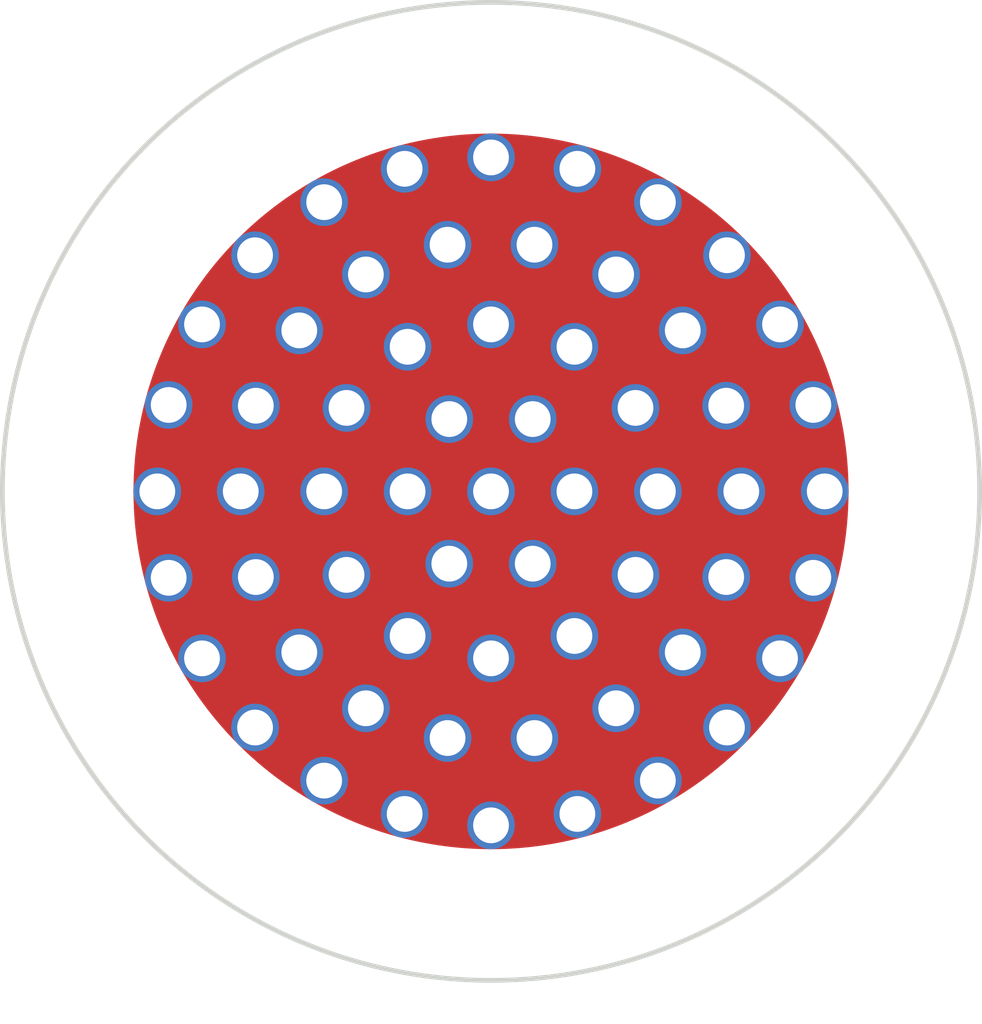
<source format=kicad_pcb>
(kicad_pcb (version 20171130) (host pcbnew "(5.0-dev-4115-gdd04bcb)")

  (general
    (thickness 1.6)
    (drawings 1)
    (tracks 0)
    (zones 0)
    (modules 1)
    (nets 2)
  )

  (page A4)
  (title_block
    (title "PCB Condenser Microphone Backplate")
    (date 2018-03-13)
    (rev 1)
  )

  (layers
    (0 F.Cu signal)
    (31 B.Cu signal)
    (32 B.Adhes user)
    (33 F.Adhes user)
    (34 B.Paste user)
    (35 F.Paste user)
    (36 B.SilkS user)
    (37 F.SilkS user)
    (38 B.Mask user)
    (39 F.Mask user)
    (40 Dwgs.User user)
    (41 Cmts.User user)
    (42 Eco1.User user)
    (43 Eco2.User user)
    (44 Edge.Cuts user)
    (45 Margin user)
    (46 B.CrtYd user)
    (47 F.CrtYd user)
    (48 B.Fab user)
    (49 F.Fab user)
  )

  (setup
    (last_trace_width 0.25)
    (trace_clearance 0.2)
    (zone_clearance 0.508)
    (zone_45_only no)
    (trace_min 0.2)
    (segment_width 0.2)
    (edge_width 0.15)
    (via_size 0.8)
    (via_drill 0.4)
    (via_min_size 0.4)
    (via_min_drill 0.3)
    (uvia_size 0.3)
    (uvia_drill 0.1)
    (uvias_allowed no)
    (uvia_min_size 0.2)
    (uvia_min_drill 0.1)
    (pcb_text_width 0.3)
    (pcb_text_size 1.5 1.5)
    (mod_edge_width 0.15)
    (mod_text_size 1 1)
    (mod_text_width 0.15)
    (pad_size 1.524 1.524)
    (pad_drill 0.762)
    (pad_to_mask_clearance 0.2)
    (aux_axis_origin 0 0)
    (visible_elements FFFFFF7F)
    (pcbplotparams
      (layerselection 0x010fc_ffffffff)
      (usegerberextensions false)
      (usegerberattributes false)
      (usegerberadvancedattributes false)
      (creategerberjobfile false)
      (excludeedgelayer true)
      (linewidth 0.100000)
      (plotframeref false)
      (viasonmask false)
      (mode 1)
      (useauxorigin false)
      (hpglpennumber 1)
      (hpglpenspeed 20)
      (hpglpendiameter 15)
      (psnegative false)
      (psa4output false)
      (plotreference true)
      (plotvalue true)
      (plotinvisibletext false)
      (padsonsilk false)
      (subtractmaskfromsilk false)
      (outputformat 1)
      (mirror false)
      (drillshape 0)
      (scaleselection 1)
      (outputdirectory ../Backplate-Gerber/))
  )

  (net 0 "")
  (net 1 "Net-(MK1-Pad1)")

  (net_class Default "This is the default net class."
    (clearance 0.2)
    (trace_width 0.25)
    (via_dia 0.8)
    (via_drill 0.4)
    (uvia_dia 0.3)
    (uvia_drill 0.1)
    (add_net "Net-(MK1-Pad1)")
  )

  (module PCB-Condenser-Microphone-Backplate:Condenser-Microphone-Backplate-30mm-Single (layer F.Cu) (tedit 5AA49CF5) (tstamp 5AA4D866)
    (at 149.5 99.5)
    (path /5AA49771)
    (fp_text reference MK1 (at 0 -21.5) (layer F.SilkS) hide
      (effects (font (size 1 1) (thickness 0.15)))
    )
    (fp_text value Microphone_Condenser (at 0 21.5) (layer F.Fab)
      (effects (font (size 1 1) (thickness 0.15)))
    )
    (pad 1 thru_hole circle (at 3.5 0) (size 2 2) (drill 1.5) (layers *.Cu *.Mask)
      (net 1 "Net-(MK1-Pad1)") (solder_mask_margin 0.001) (clearance 0.05))
    (pad 1 thru_hole circle (at 7 0) (size 2 2) (drill 1.5) (layers *.Cu *.Mask)
      (net 1 "Net-(MK1-Pad1)") (solder_mask_margin 0.001) (clearance 0.05))
    (pad 1 thru_hole circle (at 10.5 0) (size 2 2) (drill 1.5) (layers *.Cu *.Mask)
      (net 1 "Net-(MK1-Pad1)") (solder_mask_margin 0.001) (clearance 0.05))
    (pad 1 thru_hole circle (at 14 0) (size 2 2) (drill 1.5) (layers *.Cu *.Mask)
      (net 1 "Net-(MK1-Pad1)") (solder_mask_margin 0.001) (clearance 0.05))
    (pad "" np_thru_hole circle (at 18 0) (size 2.2 2.2) (drill 2.2) (layers *.Cu *.Mask)
      (clearance 1))
    (pad "" np_thru_hole circle (at 15.588457 -9 30) (size 2.2 2.2) (drill 2.2) (layers *.Cu *.Mask)
      (clearance 1))
    (pad "" np_thru_hole circle (at 9 -15.588457 60) (size 2.2 2.2) (drill 2.2) (layers *.Cu *.Mask)
      (clearance 1))
    (pad "" np_thru_hole circle (at 0 -18 90) (size 2.2 2.2) (drill 2.2) (layers *.Cu *.Mask)
      (clearance 1))
    (pad "" np_thru_hole circle (at -9 -15.588457 120) (size 2.2 2.2) (drill 2.2) (layers *.Cu *.Mask)
      (clearance 1))
    (pad "" np_thru_hole circle (at -15.588457 -9 150) (size 2.2 2.2) (drill 2.2) (layers *.Cu *.Mask)
      (clearance 1))
    (pad "" np_thru_hole circle (at -18 0 180) (size 2.2 2.2) (drill 2.2) (layers *.Cu *.Mask)
      (clearance 1))
    (pad "" np_thru_hole circle (at -15.588457 9 210) (size 2.2 2.2) (drill 2.2) (layers *.Cu *.Mask)
      (clearance 1))
    (pad "" np_thru_hole circle (at -9 15.588457 240) (size 2.2 2.2) (drill 2.2) (layers *.Cu *.Mask)
      (clearance 1))
    (pad "" np_thru_hole circle (at 0 18 270) (size 2.2 2.2) (drill 2.2) (layers *.Cu *.Mask)
      (clearance 1))
    (pad "" np_thru_hole circle (at 9 15.588457 300) (size 2.2 2.2) (drill 2.2) (layers *.Cu *.Mask)
      (clearance 1))
    (pad "" np_thru_hole circle (at 15.588457 9 330) (size 2.2 2.2) (drill 2.2) (layers *.Cu *.Mask)
      (clearance 1))
    (pad 1 thru_hole circle (at 0 0 120) (size 2 2) (drill 1.5) (layers *.Cu *.Mask)
      (net 1 "Net-(MK1-Pad1)") (solder_mask_margin 0.001) (clearance 0.05))
    (pad 1 thru_hole circle (at 1.75 -3.031089 60) (size 2 2) (drill 1.5) (layers *.Cu *.Mask)
      (net 1 "Net-(MK1-Pad1)") (solder_mask_margin 0.001) (clearance 0.05))
    (pad 1 thru_hole circle (at -1.75 -3.031089 120) (size 2 2) (drill 1.5) (layers *.Cu *.Mask)
      (net 1 "Net-(MK1-Pad1)") (solder_mask_margin 0.001) (clearance 0.05))
    (pad 1 thru_hole circle (at -3.5 0 180) (size 2 2) (drill 1.5) (layers *.Cu *.Mask)
      (net 1 "Net-(MK1-Pad1)") (solder_mask_margin 0.001) (clearance 0.05))
    (pad 1 thru_hole circle (at -1.75 3.031089 240) (size 2 2) (drill 1.5) (layers *.Cu *.Mask)
      (net 1 "Net-(MK1-Pad1)") (solder_mask_margin 0.001) (clearance 0.05))
    (pad 1 thru_hole circle (at 1.75 3.031089 300) (size 2 2) (drill 1.5) (layers *.Cu *.Mask)
      (net 1 "Net-(MK1-Pad1)") (solder_mask_margin 0.001) (clearance 0.05))
    (pad 1 thru_hole circle (at 6.062178 -3.5 30) (size 2 2) (drill 1.5) (layers *.Cu *.Mask)
      (net 1 "Net-(MK1-Pad1)") (solder_mask_margin 0.001) (clearance 0.05))
    (pad 1 thru_hole circle (at 3.5 -6.062178 60) (size 2 2) (drill 1.5) (layers *.Cu *.Mask)
      (net 1 "Net-(MK1-Pad1)") (solder_mask_margin 0.001) (clearance 0.05))
    (pad 1 thru_hole circle (at 0 -7 90) (size 2 2) (drill 1.5) (layers *.Cu *.Mask)
      (net 1 "Net-(MK1-Pad1)") (solder_mask_margin 0.001) (clearance 0.05))
    (pad 1 thru_hole circle (at -3.5 -6.062178 120) (size 2 2) (drill 1.5) (layers *.Cu *.Mask)
      (net 1 "Net-(MK1-Pad1)") (solder_mask_margin 0.001) (clearance 0.05))
    (pad 1 thru_hole circle (at -6.062178 -3.5 150) (size 2 2) (drill 1.5) (layers *.Cu *.Mask)
      (net 1 "Net-(MK1-Pad1)") (solder_mask_margin 0.001) (clearance 0.05))
    (pad 1 thru_hole circle (at -7 0 180) (size 2 2) (drill 1.5) (layers *.Cu *.Mask)
      (net 1 "Net-(MK1-Pad1)") (solder_mask_margin 0.001) (clearance 0.05))
    (pad 1 thru_hole circle (at -6.062178 3.5 210) (size 2 2) (drill 1.5) (layers *.Cu *.Mask)
      (net 1 "Net-(MK1-Pad1)") (solder_mask_margin 0.001) (clearance 0.05))
    (pad 1 thru_hole circle (at -3.5 6.062178 240) (size 2 2) (drill 1.5) (layers *.Cu *.Mask)
      (net 1 "Net-(MK1-Pad1)") (solder_mask_margin 0.001) (clearance 0.05))
    (pad 1 thru_hole circle (at 0 7 270) (size 2 2) (drill 1.5) (layers *.Cu *.Mask)
      (net 1 "Net-(MK1-Pad1)") (solder_mask_margin 0.001) (clearance 0.05))
    (pad 1 thru_hole circle (at 3.5 6.062178 300) (size 2 2) (drill 1.5) (layers *.Cu *.Mask)
      (net 1 "Net-(MK1-Pad1)") (solder_mask_margin 0.001) (clearance 0.05))
    (pad 1 thru_hole circle (at 6.062178 3.5 330) (size 2 2) (drill 1.5) (layers *.Cu *.Mask)
      (net 1 "Net-(MK1-Pad1)") (solder_mask_margin 0.001) (clearance 0.05))
    (pad 1 thru_hole circle (at 9.866773 -3.591212 20) (size 2 2) (drill 1.5) (layers *.Cu *.Mask)
      (net 1 "Net-(MK1-Pad1)") (solder_mask_margin 0.001) (clearance 0.05))
    (pad 1 thru_hole circle (at 8.043467 -6.74927 40) (size 2 2) (drill 1.5) (layers *.Cu *.Mask)
      (net 1 "Net-(MK1-Pad1)") (solder_mask_margin 0.001) (clearance 0.05))
    (pad 1 thru_hole circle (at 5.25 -9.093267 60) (size 2 2) (drill 1.5) (layers *.Cu *.Mask)
      (net 1 "Net-(MK1-Pad1)") (solder_mask_margin 0.001) (clearance 0.05))
    (pad 1 thru_hole circle (at 1.823306 -10.340481 80) (size 2 2) (drill 1.5) (layers *.Cu *.Mask)
      (net 1 "Net-(MK1-Pad1)") (solder_mask_margin 0.001) (clearance 0.05))
    (pad 1 thru_hole circle (at -1.823306 -10.340481 100) (size 2 2) (drill 1.5) (layers *.Cu *.Mask)
      (net 1 "Net-(MK1-Pad1)") (solder_mask_margin 0.001) (clearance 0.05))
    (pad 1 thru_hole circle (at -5.25 -9.093267 120) (size 2 2) (drill 1.5) (layers *.Cu *.Mask)
      (net 1 "Net-(MK1-Pad1)") (solder_mask_margin 0.001) (clearance 0.05))
    (pad 1 thru_hole circle (at -8.043467 -6.74927 140) (size 2 2) (drill 1.5) (layers *.Cu *.Mask)
      (net 1 "Net-(MK1-Pad1)") (solder_mask_margin 0.001) (clearance 0.05))
    (pad 1 thru_hole circle (at -9.866773 -3.591212 160) (size 2 2) (drill 1.5) (layers *.Cu *.Mask)
      (net 1 "Net-(MK1-Pad1)") (solder_mask_margin 0.001) (clearance 0.05))
    (pad 1 thru_hole circle (at -10.5 0 180) (size 2 2) (drill 1.5) (layers *.Cu *.Mask)
      (net 1 "Net-(MK1-Pad1)") (solder_mask_margin 0.001) (clearance 0.05))
    (pad 1 thru_hole circle (at -9.866773 3.591212 200) (size 2 2) (drill 1.5) (layers *.Cu *.Mask)
      (net 1 "Net-(MK1-Pad1)") (solder_mask_margin 0.001) (clearance 0.05))
    (pad 1 thru_hole circle (at -8.043467 6.74927 220) (size 2 2) (drill 1.5) (layers *.Cu *.Mask)
      (net 1 "Net-(MK1-Pad1)") (solder_mask_margin 0.001) (clearance 0.05))
    (pad 1 thru_hole circle (at -5.25 9.093267 240) (size 2 2) (drill 1.5) (layers *.Cu *.Mask)
      (net 1 "Net-(MK1-Pad1)") (solder_mask_margin 0.001) (clearance 0.05))
    (pad 1 thru_hole circle (at -1.823306 10.340481 260) (size 2 2) (drill 1.5) (layers *.Cu *.Mask)
      (net 1 "Net-(MK1-Pad1)") (solder_mask_margin 0.001) (clearance 0.05))
    (pad 1 thru_hole circle (at 1.823306 10.340481 280) (size 2 2) (drill 1.5) (layers *.Cu *.Mask)
      (net 1 "Net-(MK1-Pad1)") (solder_mask_margin 0.001) (clearance 0.05))
    (pad 1 thru_hole circle (at 5.25 9.093267 300) (size 2 2) (drill 1.5) (layers *.Cu *.Mask)
      (net 1 "Net-(MK1-Pad1)") (solder_mask_margin 0.001) (clearance 0.05))
    (pad 1 thru_hole circle (at 8.043467 6.74927 320) (size 2 2) (drill 1.5) (layers *.Cu *.Mask)
      (net 1 "Net-(MK1-Pad1)") (solder_mask_margin 0.001) (clearance 0.05))
    (pad 1 thru_hole circle (at 9.866773 3.591212 340) (size 2 2) (drill 1.5) (layers *.Cu *.Mask)
      (net 1 "Net-(MK1-Pad1)") (solder_mask_margin 0.001) (clearance 0.05))
    (pad 1 thru_hole circle (at 13.522962 -3.623467 15) (size 2 2) (drill 1.5) (layers *.Cu *.Mask)
      (net 1 "Net-(MK1-Pad1)") (solder_mask_margin 0.001) (clearance 0.05))
    (pad 1 thru_hole circle (at 12.124356 -7 30) (size 2 2) (drill 1.5) (layers *.Cu *.Mask)
      (net 1 "Net-(MK1-Pad1)") (solder_mask_margin 0.001) (clearance 0.05))
    (pad 1 thru_hole circle (at 9.899495 -9.899495 45) (size 2 2) (drill 1.5) (layers *.Cu *.Mask)
      (net 1 "Net-(MK1-Pad1)") (solder_mask_margin 0.001) (clearance 0.05))
    (pad 1 thru_hole circle (at 7 -12.124356 60) (size 2 2) (drill 1.5) (layers *.Cu *.Mask)
      (net 1 "Net-(MK1-Pad1)") (solder_mask_margin 0.001) (clearance 0.05))
    (pad 1 thru_hole circle (at 3.623467 -13.522962 75) (size 2 2) (drill 1.5) (layers *.Cu *.Mask)
      (net 1 "Net-(MK1-Pad1)") (solder_mask_margin 0.001) (clearance 0.05))
    (pad 1 thru_hole circle (at 0 -14 90) (size 2 2) (drill 1.5) (layers *.Cu *.Mask)
      (net 1 "Net-(MK1-Pad1)") (solder_mask_margin 0.001) (clearance 0.05))
    (pad 1 thru_hole circle (at -3.623467 -13.522962 105) (size 2 2) (drill 1.5) (layers *.Cu *.Mask)
      (net 1 "Net-(MK1-Pad1)") (solder_mask_margin 0.001) (clearance 0.05))
    (pad 1 thru_hole circle (at -7 -12.124356 120) (size 2 2) (drill 1.5) (layers *.Cu *.Mask)
      (net 1 "Net-(MK1-Pad1)") (solder_mask_margin 0.001) (clearance 0.05))
    (pad 1 thru_hole circle (at -9.899495 -9.899495 135) (size 2 2) (drill 1.5) (layers *.Cu *.Mask)
      (net 1 "Net-(MK1-Pad1)") (solder_mask_margin 0.001) (clearance 0.05))
    (pad 1 thru_hole circle (at -12.124356 -7 150) (size 2 2) (drill 1.5) (layers *.Cu *.Mask)
      (net 1 "Net-(MK1-Pad1)") (solder_mask_margin 0.001) (clearance 0.05))
    (pad 1 thru_hole circle (at -13.522962 -3.623467 165) (size 2 2) (drill 1.5) (layers *.Cu *.Mask)
      (net 1 "Net-(MK1-Pad1)") (solder_mask_margin 0.001) (clearance 0.05))
    (pad 1 thru_hole circle (at -14 0 180) (size 2 2) (drill 1.5) (layers *.Cu *.Mask)
      (net 1 "Net-(MK1-Pad1)") (solder_mask_margin 0.001) (clearance 0.05))
    (pad 1 thru_hole circle (at -13.522962 3.623467 195) (size 2 2) (drill 1.5) (layers *.Cu *.Mask)
      (net 1 "Net-(MK1-Pad1)") (solder_mask_margin 0.001) (clearance 0.05))
    (pad 1 thru_hole circle (at -12.124356 7 210) (size 2 2) (drill 1.5) (layers *.Cu *.Mask)
      (net 1 "Net-(MK1-Pad1)") (solder_mask_margin 0.001) (clearance 0.05))
    (pad 1 thru_hole circle (at -9.899495 9.899495 225) (size 2 2) (drill 1.5) (layers *.Cu *.Mask)
      (net 1 "Net-(MK1-Pad1)") (solder_mask_margin 0.001) (clearance 0.05))
    (pad 1 thru_hole circle (at -7 12.124356 240) (size 2 2) (drill 1.5) (layers *.Cu *.Mask)
      (net 1 "Net-(MK1-Pad1)") (solder_mask_margin 0.001) (clearance 0.05))
    (pad 1 thru_hole circle (at -3.623467 13.522962 255) (size 2 2) (drill 1.5) (layers *.Cu *.Mask)
      (net 1 "Net-(MK1-Pad1)") (solder_mask_margin 0.001) (clearance 0.05))
    (pad 1 thru_hole circle (at 0 14 270) (size 2 2) (drill 1.5) (layers *.Cu *.Mask)
      (net 1 "Net-(MK1-Pad1)") (solder_mask_margin 0.001) (clearance 0.05))
    (pad 1 thru_hole circle (at 3.623467 13.522962 285) (size 2 2) (drill 1.5) (layers *.Cu *.Mask)
      (net 1 "Net-(MK1-Pad1)") (solder_mask_margin 0.001) (clearance 0.05))
    (pad 1 thru_hole circle (at 7 12.124356 300) (size 2 2) (drill 1.5) (layers *.Cu *.Mask)
      (net 1 "Net-(MK1-Pad1)") (solder_mask_margin 0.001) (clearance 0.05))
    (pad 1 thru_hole circle (at 9.899495 9.899495 315) (size 2 2) (drill 1.5) (layers *.Cu *.Mask)
      (net 1 "Net-(MK1-Pad1)") (solder_mask_margin 0.001) (clearance 0.05))
    (pad 1 thru_hole circle (at 12.124356 7 330) (size 2 2) (drill 1.5) (layers *.Cu *.Mask)
      (net 1 "Net-(MK1-Pad1)") (solder_mask_margin 0.001) (clearance 0.05))
    (pad 1 thru_hole circle (at 13.522962 3.623467 345) (size 2 2) (drill 1.5) (layers *.Cu *.Mask)
      (net 1 "Net-(MK1-Pad1)") (solder_mask_margin 0.001) (clearance 0.05))
    (pad 1 connect circle (at 0 0 120) (size 30 30) (layers F.Cu F.Mask)
      (net 1 "Net-(MK1-Pad1)"))
  )

  (gr_circle (center 149.5 99.5) (end 170 99.5) (layer Edge.Cuts) (width 0.2))

)

</source>
